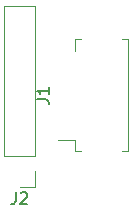
<source format=gbr>
G04 #@! TF.GenerationSoftware,KiCad,Pcbnew,5.1.4-e60b266~84~ubuntu18.04.1*
G04 #@! TF.CreationDate,2019-08-15T20:19:55-04:00*
G04 #@! TF.ProjectId,picoblade_01x06_2.54,7069636f-626c-4616-9465-5f3031783036,rev?*
G04 #@! TF.SameCoordinates,Original*
G04 #@! TF.FileFunction,Legend,Top*
G04 #@! TF.FilePolarity,Positive*
%FSLAX46Y46*%
G04 Gerber Fmt 4.6, Leading zero omitted, Abs format (unit mm)*
G04 Created by KiCad (PCBNEW 5.1.4-e60b266~84~ubuntu18.04.1) date 2019-08-15 20:19:55*
%MOMM*%
%LPD*%
G04 APERTURE LIST*
%ADD10C,0.120000*%
%ADD11C,0.150000*%
G04 APERTURE END LIST*
D10*
X38715001Y-67964999D02*
X36055001Y-67964999D01*
X38715001Y-80724999D02*
X38715001Y-67964999D01*
X36055001Y-80724999D02*
X36055001Y-67964999D01*
X38715001Y-80724999D02*
X36055001Y-80724999D01*
X38715001Y-81994999D02*
X38715001Y-83324999D01*
X38715001Y-83324999D02*
X37385001Y-83324999D01*
X42555000Y-80300000D02*
X42105000Y-80300000D01*
X42105000Y-80300000D02*
X42105000Y-79350000D01*
X42105000Y-79350000D02*
X40615000Y-79350000D01*
X42555000Y-70830000D02*
X42105000Y-70830000D01*
X42105000Y-70830000D02*
X42105000Y-71780000D01*
X46075000Y-80300000D02*
X46525000Y-80300000D01*
X46525000Y-80300000D02*
X46525000Y-70830000D01*
X46525000Y-70830000D02*
X46075000Y-70830000D01*
D11*
X37051667Y-83777379D02*
X37051667Y-84491665D01*
X37004048Y-84634522D01*
X36908810Y-84729760D01*
X36765953Y-84777379D01*
X36670715Y-84777379D01*
X37480239Y-83872618D02*
X37527858Y-83824999D01*
X37623096Y-83777379D01*
X37861191Y-83777379D01*
X37956429Y-83824999D01*
X38004048Y-83872618D01*
X38051667Y-83967856D01*
X38051667Y-84063094D01*
X38004048Y-84205951D01*
X37432620Y-84777379D01*
X38051667Y-84777379D01*
X38867380Y-75898333D02*
X39581666Y-75898333D01*
X39724523Y-75945952D01*
X39819761Y-76041190D01*
X39867380Y-76184047D01*
X39867380Y-76279285D01*
X39867380Y-74898333D02*
X39867380Y-75469761D01*
X39867380Y-75184047D02*
X38867380Y-75184047D01*
X39010238Y-75279285D01*
X39105476Y-75374523D01*
X39153095Y-75469761D01*
M02*

</source>
